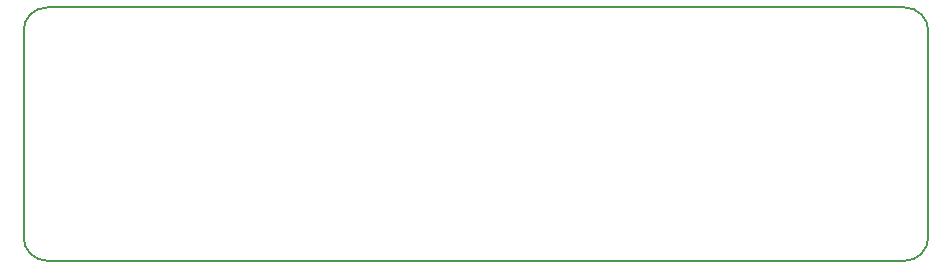
<source format=gm1>
G04 #@! TF.FileFunction,Profile,NP*
%FSLAX46Y46*%
G04 Gerber Fmt 4.6, Leading zero omitted, Abs format (unit mm)*
G04 Created by KiCad (PCBNEW 4.0.2+e4-6225~38~ubuntu15.04.1-stable) date Sat 11 Jun 2016 05:42:22 PM PDT*
%MOMM*%
G01*
G04 APERTURE LIST*
%ADD10C,0.100000*%
%ADD11C,0.150000*%
G04 APERTURE END LIST*
D10*
D11*
X187700000Y-91550000D02*
G75*
G03X185700000Y-89550000I-2000000J0D01*
G01*
X185700000Y-111000000D02*
G75*
G03X187700000Y-109000000I0J2000000D01*
G01*
X111100000Y-109000000D02*
G75*
G03X113100000Y-111000000I2000000J0D01*
G01*
X113100000Y-89550000D02*
G75*
G03X111100000Y-91550000I0J-2000000D01*
G01*
X111100000Y-109000000D02*
X111100000Y-91550000D01*
X185700000Y-111000000D02*
X113100000Y-111000000D01*
X187700000Y-91550000D02*
X187700000Y-109000000D01*
X113100000Y-89550000D02*
X185700000Y-89550000D01*
M02*

</source>
